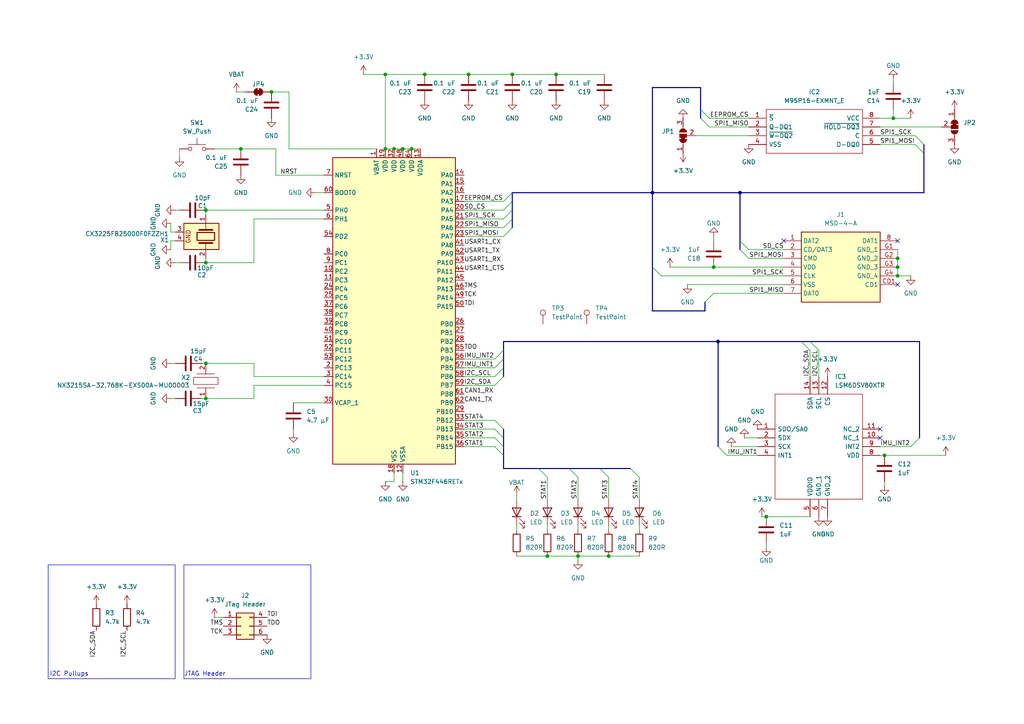
<source format=kicad_sch>
(kicad_sch (version 20250114) (generator "eeschema") (generator_version "9.0")
  (paper "A4")
  (title_block (title "MPU + Onboard Sensors") (rev "1.0"))
  (lib_symbols
    (symbol "Connector:TestPoint" (pin_numbers (hide yes)) (pin_names (offset 0.762) (hide yes))
      (property "Reference" "TP" (at 0 6.858 0))
      (property "Value" "TestPoint" (at 0 5.08 0))
      (symbol "TestPoint_1_1"
        (pin passive line (at 0 0 90) (length 2.54) (name "1") (number "1"))
      )
    )
    (symbol "Connector_Generic:Conn_02x03_Top_Bottom" (pin_names (offset 1.016) (hide yes))
      (property "Reference" "J" (at 1.27 5.08 0))
      (property "Value" "Conn_02x03_Top_Bottom" (at 1.27 -5.08 0))
      (symbol "Conn_02x03_Top_Bottom_1_1"
        (pin passive line (at -5.08 2.54 0) (length 3.81) (name "Pin_1") (number "1"))
        (pin passive line (at -5.08 0 0) (length 3.81) (name "Pin_2") (number "2"))
        (pin passive line (at -5.08 -2.54 0) (length 3.81) (name "Pin_3") (number "3"))
        (pin passive line (at 7.62 2.54 180) (length 3.81) (name "Pin_4") (number "4"))
        (pin passive line (at 7.62 0 180) (length 3.81) (name "Pin_5") (number "5"))
        (pin passive line (at 7.62 -2.54 180) (length 3.81) (name "Pin_6") (number "6"))
      )
    )
    (symbol "Device:LED" (pin_numbers (hide yes)) (pin_names (offset 1.016) (hide yes))
      (property "Reference" "D" (at 0 2.54 0))
      (property "Value" "LED" (at 0 -2.54 0))
      (symbol "LED_1_1"
        (pin passive line (at -3.81 0 0) (length 2.54) (name "K") (number "1"))
        (pin passive line (at 3.81 0 180) (length 2.54) (name "A") (number "2"))
      )
    )
    (symbol "Device:R" (pin_numbers (hide yes)) (pin_names (offset 0))
      (property "Reference" "R" (at 2.032 0 90))
      (property "Value" "R" (at 0 0 90))
      (symbol "R_1_1"
        (pin passive line (at 0 3.81 270) (length 1.27) (name "~") (number "1"))
        (pin passive line (at 0 -3.81 90) (length 1.27) (name "~") (number "2"))
      )
    )
    (symbol "Jumper:SolderJumper_2_Bridged" (pin_numbers (hide yes)) (pin_names (offset 0) (hide yes)) (in_bom no)
      (property "Reference" "JP" (at 0 2.032 0))
      (property "Value" "SolderJumper_2_Bridged" (at 0 -2.54 0))
      (symbol "SolderJumper_2_Bridged_1_1"
        (pin passive line (at -3.81 0 0) (length 2.54) (name "A") (number "1"))
        (pin passive line (at 3.81 0 180) (length 2.54) (name "B") (number "2"))
      )
    )
    (symbol "Jumper:SolderJumper_3_Bridged12" (pin_names (offset 0) (hide yes)) (in_bom no)
      (property "Reference" "JP" (at -2.54 -2.54 0))
      (property "Value" "SolderJumper_3_Bridged12" (at 0 2.794 0))
      (symbol "SolderJumper_3_Bridged12_1_1"
        (pin passive line (at -5.08 0 0) (length 2.54) (name "A") (number "1"))
        (pin passive line (at 0 -3.81 90) (length 2.54) (name "C") (number "2"))
        (pin passive line (at 5.08 0 180) (length 2.54) (name "B") (number "3"))
      )
    )
    (symbol "LSM6DSV80XTR:LSM6DSV80XTR" (pin_names (offset 0.762))
      (property "Reference" "IC" (at 31.75 15.24 0))
      (property "Value" "LSM6DSV80XTR" (at 31.75 12.7 0))
      (symbol "LSM6DSV80XTR_0_0"
        (pin passive line (at 0 0 0) (length 5.08) (name "SDO/SA0") (number "1"))
        (pin passive line (at 0 -2.54 0) (length 5.08) (name "SDX") (number "2"))
        (pin passive line (at 0 -5.08 0) (length 5.08) (name "SCX") (number "3"))
        (pin passive line (at 0 -7.62 0) (length 5.08) (name "INT1") (number "4"))
        (pin passive line (at 15.24 15.24 270) (length 5.08) (name "SDA") (number "14"))
        (pin passive line (at 15.24 -25.4 90) (length 5.08) (name "VDDIO") (number "5"))
        (pin passive line (at 17.78 15.24 270) (length 5.08) (name "SCL") (number "13"))
        (pin passive line (at 17.78 -25.4 90) (length 5.08) (name "GND_1") (number "6"))
        (pin passive line (at 20.32 15.24 270) (length 5.08) (name "CS") (number "12"))
        (pin passive line (at 20.32 -25.4 90) (length 5.08) (name "GND_2") (number "7"))
        (pin passive line (at 35.56 0 180) (length 5.08) (name "NC_2") (number "11"))
        (pin passive line (at 35.56 -2.54 180) (length 5.08) (name "NC_1") (number "10"))
        (pin passive line (at 35.56 -5.08 180) (length 5.08) (name "INT2") (number "9"))
        (pin passive line (at 35.56 -7.62 180) (length 5.08) (name "VDD") (number "8"))
      )
    )
    (symbol "M95P16-EXMNT_E:M95P16-EXMNT_E" (pin_names (offset 0.762))
      (property "Reference" "IC" (at 34.29 7.62 0))
      (property "Value" "M95P16-EXMNT_E" (at 34.29 5.08 0))
      (symbol "M95P16-EXMNT_E_0_0"
        (pin passive line (at 0 0 0) (length 5.08) (name "~{S}") (number "1"))
        (pin passive line (at 0 -2.54 0) (length 5.08) (name "Q-DQ1") (number "2"))
        (pin passive line (at 0 -5.08 0) (length 5.08) (name "~{W-DQ2}") (number "3"))
        (pin passive line (at 0 -7.62 0) (length 5.08) (name "VSS") (number "4"))
        (pin passive line (at 38.1 0 180) (length 5.08) (name "VCC") (number "8"))
        (pin passive line (at 38.1 -2.54 180) (length 5.08) (name "~{HOLD-DQ3}") (number "7"))
        (pin passive line (at 38.1 -5.08 180) (length 5.08) (name "C") (number "6"))
        (pin passive line (at 38.1 -7.62 180) (length 5.08) (name "D-DQ0") (number "5"))
      )
    )
    (symbol "MCU_ST_STM32F4:STM32F446RETx"
      (property "Reference" "U" (at -17.78 46.99 0))
      (property "Value" "STM32F446RETx" (at 10.16 46.99 0))
      (symbol "STM32F446RETx_1_1"
        (pin input line (at -20.32 40.64 0) (length 2.54) (name "NRST") (number "7"))
        (pin input line (at -20.32 35.56 0) (length 2.54) (name "BOOT0") (number "60"))
        (pin bidirectional line (at -20.32 30.48 0) (length 2.54) (name "PH0") (number "5"))
        (pin bidirectional line (at -20.32 27.94 0) (length 2.54) (name "PH1") (number "6"))
        (pin bidirectional line (at -20.32 22.86 0) (length 2.54) (name "PD2") (number "54"))
        (pin bidirectional line (at -20.32 17.78 0) (length 2.54) (name "PC0") (number "8"))
        (pin bidirectional line (at -20.32 15.24 0) (length 2.54) (name "PC1") (number "9"))
        (pin bidirectional line (at -20.32 12.7 0) (length 2.54) (name "PC2") (number "10"))
        (pin bidirectional line (at -20.32 10.16 0) (length 2.54) (name "PC3") (number "11"))
        (pin bidirectional line (at -20.32 7.62 0) (length 2.54) (name "PC4") (number "24"))
        (pin bidirectional line (at -20.32 5.08 0) (length 2.54) (name "PC5") (number "25"))
        (pin bidirectional line (at -20.32 2.54 0) (length 2.54) (name "PC6") (number "37"))
        (pin bidirectional line (at -20.32 0 0) (length 2.54) (name "PC7") (number "38"))
        (pin bidirectional line (at -20.32 -2.54 0) (length 2.54) (name "PC8") (number "39"))
        (pin bidirectional line (at -20.32 -5.08 0) (length 2.54) (name "PC9") (number "40"))
        (pin bidirectional line (at -20.32 -7.62 0) (length 2.54) (name "PC10") (number "51"))
        (pin bidirectional line (at -20.32 -10.16 0) (length 2.54) (name "PC11") (number "52"))
        (pin bidirectional line (at -20.32 -12.7 0) (length 2.54) (name "PC12") (number "53"))
        (pin bidirectional line (at -20.32 -15.24 0) (length 2.54) (name "PC13") (number "2"))
        (pin bidirectional line (at -20.32 -17.78 0) (length 2.54) (name "PC14") (number "3"))
        (pin bidirectional line (at -20.32 -20.32 0) (length 2.54) (name "PC15") (number "4"))
        (pin power_out line (at -20.32 -25.4 0) (length 2.54) (name "VCAP_1") (number "30"))
        (pin power_in line (at -5.08 48.26 270) (length 2.54) (name "VBAT") (number "1"))
        (pin power_in line (at -2.54 48.26 270) (length 2.54) (name "VDD") (number "19"))
        (pin power_in line (at 0 48.26 270) (length 2.54) (name "VDD") (number "32"))
        (pin power_in line (at 0 -45.72 90) (length 2.54) (name "VSS") (number "18"))
        (pin passive line (at 0 -45.72 90) (length 2.54) (hide yes) (name "VSS") (number "31"))
        (pin passive line (at 0 -45.72 90) (length 2.54) (hide yes) (name "VSS") (number "47"))
        (pin passive line (at 0 -45.72 90) (length 2.54) (hide yes) (name "VSS") (number "63"))
        (pin power_in line (at 2.54 48.26 270) (length 2.54) (name "VDD") (number "48"))
        (pin power_in line (at 2.54 -45.72 90) (length 2.54) (name "VSSA") (number "12"))
        (pin power_in line (at 5.08 48.26 270) (length 2.54) (name "VDD") (number "64"))
        (pin power_in line (at 7.62 48.26 270) (length 2.54) (name "VDDA") (number "13"))
        (pin bidirectional line (at 20.32 40.64 180) (length 2.54) (name "PA0") (number "14"))
        (pin bidirectional line (at 20.32 38.1 180) (length 2.54) (name "PA1") (number "15"))
        (pin bidirectional line (at 20.32 35.56 180) (length 2.54) (name "PA2") (number "16"))
        (pin bidirectional line (at 20.32 33.02 180) (length 2.54) (name "PA3") (number "17"))
        (pin bidirectional line (at 20.32 30.48 180) (length 2.54) (name "PA4") (number "20"))
        (pin bidirectional line (at 20.32 27.94 180) (length 2.54) (name "PA5") (number "21"))
        (pin bidirectional line (at 20.32 25.4 180) (length 2.54) (name "PA6") (number "22"))
        (pin bidirectional line (at 20.32 22.86 180) (length 2.54) (name "PA7") (number "23"))
        (pin bidirectional line (at 20.32 20.32 180) (length 2.54) (name "PA8") (number "41"))
        (pin bidirectional line (at 20.32 17.78 180) (length 2.54) (name "PA9") (number "42"))
        (pin bidirectional line (at 20.32 15.24 180) (length 2.54) (name "PA10") (number "43"))
        (pin bidirectional line (at 20.32 12.7 180) (length 2.54) (name "PA11") (number "44"))
        (pin bidirectional line (at 20.32 10.16 180) (length 2.54) (name "PA12") (number "45"))
        (pin bidirectional line (at 20.32 7.62 180) (length 2.54) (name "PA13") (number "46"))
        (pin bidirectional line (at 20.32 5.08 180) (length 2.54) (name "PA14") (number "49"))
        (pin bidirectional line (at 20.32 2.54 180) (length 2.54) (name "PA15") (number "50"))
        (pin bidirectional line (at 20.32 -2.54 180) (length 2.54) (name "PB0") (number "26"))
        (pin bidirectional line (at 20.32 -5.08 180) (length 2.54) (name "PB1") (number "27"))
        (pin bidirectional line (at 20.32 -7.62 180) (length 2.54) (name "PB2") (number "28"))
        (pin bidirectional line (at 20.32 -10.16 180) (length 2.54) (name "PB3") (number "55"))
        (pin bidirectional line (at 20.32 -12.7 180) (length 2.54) (name "PB4") (number "56"))
        (pin bidirectional line (at 20.32 -15.24 180) (length 2.54) (name "PB5") (number "57"))
        (pin bidirectional line (at 20.32 -17.78 180) (length 2.54) (name "PB6") (number "58"))
        (pin bidirectional line (at 20.32 -20.32 180) (length 2.54) (name "PB7") (number "59"))
        (pin bidirectional line (at 20.32 -22.86 180) (length 2.54) (name "PB8") (number "61"))
        (pin bidirectional line (at 20.32 -25.4 180) (length 2.54) (name "PB9") (number "62"))
        (pin bidirectional line (at 20.32 -27.94 180) (length 2.54) (name "PB10") (number "29"))
        (pin bidirectional line (at 20.32 -30.48 180) (length 2.54) (name "PB12") (number "33"))
        (pin bidirectional line (at 20.32 -33.02 180) (length 2.54) (name "PB13") (number "34"))
        (pin bidirectional line (at 20.32 -35.56 180) (length 2.54) (name "PB14") (number "35"))
        (pin bidirectional line (at 20.32 -38.1 180) (length 2.54) (name "PB15") (number "36"))
      )
    )
    (symbol "MSD-4-A:MSD-4-A"
      (property "Reference" "J" (at 29.21 7.62 0))
      (property "Value" "MSD-4-A" (at 29.21 5.08 0))
      (symbol "MSD-4-A_1_1"
        (pin passive line (at 0 0 0) (length 5.08) (name "DAT2") (number "1"))
        (pin passive line (at 0 -2.54 0) (length 5.08) (name "CD/DAT3") (number "2"))
        (pin passive line (at 0 -5.08 0) (length 5.08) (name "CMD") (number "3"))
        (pin passive line (at 0 -7.62 0) (length 5.08) (name "VDD") (number "4"))
        (pin passive line (at 0 -10.16 0) (length 5.08) (name "CLK") (number "5"))
        (pin passive line (at 0 -12.7 0) (length 5.08) (name "VSS") (number "6"))
        (pin passive line (at 0 -15.24 0) (length 5.08) (name "DAT0") (number "7"))
        (pin passive line (at 33.02 0 180) (length 5.08) (name "DAT1") (number "8"))
        (pin passive line (at 33.02 -2.54 180) (length 5.08) (name "GND_1") (number "G1"))
        (pin passive line (at 33.02 -5.08 180) (length 5.08) (name "GND_2") (number "G2"))
        (pin passive line (at 33.02 -7.62 180) (length 5.08) (name "GND_3") (number "G3"))
        (pin passive line (at 33.02 -10.16 180) (length 5.08) (name "GND_4") (number "G4"))
        (pin passive line (at 33.02 -12.7 180) (length 5.08) (name "CD1") (number "CD1"))
      )
    )
    (symbol "NX3215SA-32.768K-EXS00A-MU0000:NX3215SA-32.768K-EXS00A-MU00003" (pin_names (offset 0.762))
      (property "Reference" "Y" (at 8.89 6.35 0))
      (property "Value" "NX3215SA-32.768K-EXS00A-MU00003" (at 8.89 3.81 0))
      (symbol "NX3215SA-32.768K-EXS00A-MU00003_0_0"
        (pin passive line (at 0 0 0) (length 2.54) (name "~") (number "1"))
        (pin passive line (at 10.16 0 180) (length 2.54) (name "~") (number "2"))
      )
    )
    (symbol "PCM_Capacitor_US_AKL:C_Generic" (pin_numbers (hide yes)) (pin_names (offset 0.254))
      (property "Reference" "C" (at 3.175 1.27 0))
      (property "Value" "C_Generic" (at 3.175 -1.27 0))
      (symbol "C_Generic_1_1"
        (pin passive line (at 0 3.81 270) (length 2.794) (name "~") (number "1"))
        (pin passive line (at 0 -3.81 90) (length 2.794) (name "~") (number "2"))
      )
      (symbol "C_Generic_1_2"
        (pin passive line (at -2.54 -2.54 90) (length 0) (name "~") (number "2"))
        (pin passive line (at 2.54 2.54 270) (length 0) (name "~") (number "1"))
      )
    )
    (symbol "PCM_Crystal_AKL:Crystal_Generic_GND23" (pin_names (offset 1.016) (hide yes))
      (property "Reference" "X1" (at 0 8.89 0))
      (property "Value" "CX3225FB25000F0FZZH1" (at 0 6.35 0))
      (symbol "Crystal_Generic_GND23_0_1"
        (text "GND" (at 0 -5.08 0) (effects (font (size 1.27 1.27))))
      )
      (symbol "Crystal_Generic_GND23_1_1"
        (pin passive line (at -6.35 0 0) (length 2.54) (name "1") (number "1"))
        (pin passive line (at -1.27 -8.89 90) (length 2.54) (name "3") (number "3"))
        (pin passive line (at 1.27 -8.89 90) (length 2.54) (name "4") (number "4"))
        (pin passive line (at 6.35 0 180) (length 2.54) (name "2") (number "2"))
      )
    )
    (symbol "Switch:SW_Push" (pin_numbers (hide yes)) (pin_names (offset 1.016) (hide yes))
      (property "Reference" "SW" (at 1.27 2.54 0))
      (property "Value" "SW_Push" (at 0 -1.524 0))
      (symbol "SW_Push_0_1"
        (pin passive line (at -5.08 0 0) (length 2.54) (name "1") (number "1"))
        (pin passive line (at 5.08 0 180) (length 2.54) (name "2") (number "2"))
      )
    )
    (symbol "power:+3.3V" (power) (pin_numbers (hide yes)) (pin_names (offset 0) (hide yes))
      (property "Value" "+3.3V" (at 0 3.556 0))
      (symbol "+3.3V_1_1"
        (pin power_in line (at 0 0 90) (length 0) (name "~") (number "1"))
      )
    )
    (symbol "power:GND" (power) (pin_numbers (hide yes)) (pin_names (offset 0) (hide yes))
      (property "Value" "GND" (at 0 -3.81 0))
      (symbol "GND_1_1"
        (pin power_in line (at 0 0 270) (length 0) (name "~") (number "1"))
      )
    )
    (symbol "power:VAA" (power) (pin_numbers (hide yes)) (pin_names (offset 0) (hide yes))
      (property "Value" "VAA" (at 0 3.556 0))
      (symbol "VAA_1_1"
        (pin power_in line (at 0 0 90) (length 0) (name "~") (number "1"))
      )
    )
  )
  (rectangle (start 53.34 163.83) (end 90.17 196.85))
  (rectangle (start 13.97 163.83) (end 50.8 196.85))
  (text "JTAG Header\n\n\n" (at 59.436 197.612 0) (effects (font (size 1.27 1.27))))
  (text "I2C Pullups\n" (at 20.066 195.58 0) (effects (font (size 1.27 1.27))))
  (junction (at 78.74 26.67))
  (junction (at 208.28 99.06))
  (junction (at 260.35 74.93))
  (junction (at 167.64 161.29))
  (junction (at 59.69 76.2))
  (junction (at 176.53 161.29))
  (junction (at 111.76 21.59))
  (junction (at 158.75 161.29))
  (junction (at 114.3 43.18))
  (junction (at 207.01 77.47))
  (junction (at 260.35 77.47))
  (junction (at 119.38 43.18))
  (junction (at 111.76 43.18))
  (junction (at 59.69 60.96))
  (junction (at 259.08 34.29))
  (junction (at 59.69 115.57))
  (junction (at 148.59 21.59))
  (junction (at 116.84 43.18))
  (junction (at 214.63 55.88))
  (junction (at 260.35 80.01))
  (junction (at 59.69 105.41))
  (junction (at 135.89 21.59))
  (junction (at 123.19 21.59))
  (junction (at 222.25 149.86))
  (junction (at 189.23 55.88))
  (junction (at 256.54 132.08))
  (junction (at 69.85 43.18))
  (junction (at 161.29 21.59))
  (no_connect (at 255.27 124.46))
  (no_connect (at 260.35 82.55))
  (no_connect (at 227.33 69.85))
  (no_connect (at 260.35 69.85))
  (no_connect (at 255.27 127))
  (bus_entry (at 234.95 101.6) (size -2.54 -2.54))
  (bus_entry (at 158.75 138.43) (size -2.54 -2.54))
  (bus_entry (at 143.51 106.68) (size 2.54 -2.54))
  (bus_entry (at 146.05 58.42) (size 2.54 -2.54))
  (bus_entry (at 143.51 109.22) (size 2.54 -2.54))
  (bus_entry (at 176.53 138.43) (size -2.54 -2.54))
  (bus_entry (at 191.77 80.01) (size -2.54 -2.54))
  (bus_entry (at 143.51 124.46) (size 2.54 2.54))
  (bus_entry (at 185.42 138.43) (size -2.54 -2.54))
  (bus_entry (at 143.51 127) (size 2.54 2.54))
  (bus_entry (at 217.17 74.93) (size -2.54 -2.54))
  (bus_entry (at 217.17 72.39) (size -2.54 -2.54))
  (bus_entry (at 146.05 66.04) (size 2.54 -2.54))
  (bus_entry (at 143.51 104.14) (size 2.54 -2.54))
  (bus_entry (at 203.2 31.75) (size 2.54 2.54))
  (bus_entry (at 203.2 34.29) (size 2.54 2.54))
  (bus_entry (at 207.01 85.09) (size -2.54 2.54))
  (bus_entry (at 265.43 41.91) (size 2.54 2.54))
  (bus_entry (at 167.64 138.43) (size -2.54 -2.54))
  (bus_entry (at 146.05 63.5) (size 2.54 -2.54))
  (bus_entry (at 146.05 60.96) (size 2.54 -2.54))
  (bus_entry (at 237.49 101.6) (size -2.54 -2.54))
  (bus_entry (at 143.51 129.54) (size 2.54 2.54))
  (bus_entry (at 264.16 129.54) (size 2.54 -2.54))
  (bus_entry (at 146.05 68.58) (size 2.54 -2.54))
  (bus_entry (at 210.82 132.08) (size -2.54 -2.54))
  (bus_entry (at 143.51 111.76) (size 2.54 -2.54))
  (bus_entry (at 265.43 39.37) (size 2.54 2.54))
  (bus_entry (at 143.51 121.92) (size 2.54 2.54))
  (bus (pts (xy 189.23 25.4) (xy 189.23 55.88)))
  (wire (pts (xy 78.74 26.67) (xy 83.82 26.67)))
  (wire (pts (xy 256.54 140.97) (xy 256.54 139.7)))
  (bus (pts (xy 234.95 99.06) (xy 232.41 99.06)))
  (wire (pts (xy 73.66 111.76) (xy 73.66 115.57)))
  (bus (pts (xy 146.05 124.46) (xy 146.05 127)))
  (wire (pts (xy 134.62 127) (xy 143.51 127)))
  (wire (pts (xy 222.25 158.75) (xy 222.25 157.48)))
  (wire (pts (xy 176.53 153.67) (xy 176.53 152.4)))
  (wire (pts (xy 149.86 161.29) (xy 158.75 161.29)))
  (wire (pts (xy 93.98 109.22) (xy 73.66 109.22)))
  (wire (pts (xy 260.35 72.39) (xy 260.35 74.93)))
  (wire (pts (xy 167.64 162.56) (xy 167.64 161.29)))
  (bus (pts (xy 146.05 132.08) (xy 146.05 135.89)))
  (bus (pts (xy 203.2 34.29) (xy 203.2 31.75)))
  (wire (pts (xy 83.82 26.67) (xy 83.82 43.18)))
  (wire (pts (xy 114.3 43.18) (xy 116.84 43.18)))
  (wire (pts (xy 93.98 63.5) (xy 73.66 63.5)))
  (bus (pts (xy 267.97 41.91) (xy 267.97 44.45)))
  (wire (pts (xy 134.62 109.22) (xy 143.51 109.22)))
  (wire (pts (xy 49.53 67.31) (xy 49.53 64.77)))
  (wire (pts (xy 207.01 68.58) (xy 207.01 69.85)))
  (wire (pts (xy 217.17 72.39) (xy 227.33 72.39)))
  (wire (pts (xy 116.84 139.7) (xy 116.84 137.16)))
  (bus (pts (xy 148.59 55.88) (xy 189.23 55.88)))
  (wire (pts (xy 50.8 60.96) (xy 52.07 60.96)))
  (bus (pts (xy 146.05 129.54) (xy 146.05 132.08)))
  (wire (pts (xy 259.08 31.75) (xy 259.08 34.29)))
  (wire (pts (xy 234.95 101.6) (xy 234.95 109.22)))
  (wire (pts (xy 259.08 34.29) (xy 255.27 34.29)))
  (bus (pts (xy 148.59 66.04) (xy 148.59 63.5)))
  (wire (pts (xy 222.25 149.86) (xy 234.95 149.86)))
  (wire (pts (xy 201.93 39.37) (xy 217.17 39.37)))
  (wire (pts (xy 91.44 55.88) (xy 93.98 55.88)))
  (bus (pts (xy 214.63 69.85) (xy 214.63 72.39)))
  (wire (pts (xy 62.23 179.07) (xy 64.77 179.07)))
  (wire (pts (xy 134.62 66.04) (xy 146.05 66.04)))
  (wire (pts (xy 237.49 101.6) (xy 237.49 109.22)))
  (wire (pts (xy 80.01 43.18) (xy 80.01 50.8)))
  (wire (pts (xy 111.76 21.59) (xy 123.19 21.59)))
  (wire (pts (xy 73.66 115.57) (xy 59.69 115.57)))
  (bus (pts (xy 266.7 99.06) (xy 234.95 99.06)))
  (bus (pts (xy 189.23 55.88) (xy 214.63 55.88)))
  (wire (pts (xy 58.42 115.57) (xy 59.69 115.57)))
  (bus (pts (xy 146.05 99.06) (xy 146.05 101.6)))
  (wire (pts (xy 185.42 153.67) (xy 185.42 152.4)))
  (wire (pts (xy 62.23 43.18) (xy 69.85 43.18)))
  (wire (pts (xy 134.62 68.58) (xy 146.05 68.58)))
  (wire (pts (xy 68.58 26.67) (xy 71.12 26.67)))
  (wire (pts (xy 134.62 111.76) (xy 143.51 111.76)))
  (wire (pts (xy 83.82 43.18) (xy 109.22 43.18)))
  (wire (pts (xy 255.27 36.83) (xy 273.05 36.83)))
  (bus (pts (xy 148.59 60.96) (xy 148.59 58.42)))
  (wire (pts (xy 194.31 77.47) (xy 207.01 77.47)))
  (bus (pts (xy 148.59 63.5) (xy 148.59 60.96)))
  (wire (pts (xy 135.89 21.59) (xy 148.59 21.59)))
  (wire (pts (xy 260.35 80.01) (xy 264.16 80.01)))
  (wire (pts (xy 114.3 139.7) (xy 114.3 137.16)))
  (bus (pts (xy 267.97 44.45) (xy 267.97 55.88)))
  (wire (pts (xy 59.69 74.93) (xy 59.69 76.2)))
  (wire (pts (xy 49.53 67.31) (xy 50.8 67.31)))
  (bus (pts (xy 214.63 55.88) (xy 214.63 69.85)))
  (wire (pts (xy 207.01 85.09) (xy 227.33 85.09)))
  (wire (pts (xy 111.76 139.7) (xy 114.3 139.7)))
  (wire (pts (xy 59.69 60.96) (xy 93.98 60.96)))
  (wire (pts (xy 260.35 77.47) (xy 260.35 80.01)))
  (wire (pts (xy 73.66 105.41) (xy 59.69 105.41)))
  (wire (pts (xy 205.74 36.83) (xy 217.17 36.83)))
  (wire (pts (xy 256.54 132.08) (xy 255.27 132.08)))
  (wire (pts (xy 49.53 105.41) (xy 50.8 105.41)))
  (wire (pts (xy 73.66 76.2) (xy 59.69 76.2)))
  (wire (pts (xy 134.62 124.46) (xy 143.51 124.46)))
  (wire (pts (xy 210.82 132.08) (xy 219.71 132.08)))
  (bus (pts (xy 156.21 135.89) (xy 146.05 135.89)))
  (wire (pts (xy 264.16 34.29) (xy 259.08 34.29)))
  (wire (pts (xy 255.27 39.37) (xy 265.43 39.37)))
  (wire (pts (xy 80.01 50.8) (xy 93.98 50.8)))
  (wire (pts (xy 116.84 43.18) (xy 119.38 43.18)))
  (wire (pts (xy 191.77 80.01) (xy 227.33 80.01)))
  (wire (pts (xy 167.64 138.43) (xy 167.64 144.78)))
  (wire (pts (xy 158.75 138.43) (xy 158.75 144.78)))
  (wire (pts (xy 205.74 34.29) (xy 217.17 34.29)))
  (bus (pts (xy 208.28 99.06) (xy 146.05 99.06)))
  (bus (pts (xy 148.59 58.42) (xy 148.59 55.88)))
  (bus (pts (xy 173.99 135.89) (xy 165.1 135.89)))
  (wire (pts (xy 176.53 161.29) (xy 185.42 161.29)))
  (wire (pts (xy 207.01 77.47) (xy 227.33 77.47)))
  (bus (pts (xy 165.1 135.89) (xy 156.21 135.89)))
  (wire (pts (xy 85.09 124.46) (xy 85.09 125.73)))
  (wire (pts (xy 134.62 58.42) (xy 146.05 58.42)))
  (bus (pts (xy 189.23 77.47) (xy 189.23 90.17)))
  (wire (pts (xy 134.62 60.96) (xy 146.05 60.96)))
  (wire (pts (xy 212.09 129.54) (xy 219.71 129.54)))
  (bus (pts (xy 266.7 99.06) (xy 266.7 127)))
  (wire (pts (xy 85.09 116.84) (xy 93.98 116.84)))
  (bus (pts (xy 189.23 55.88) (xy 189.23 77.47)))
  (bus (pts (xy 232.41 99.06) (xy 208.28 99.06)))
  (bus (pts (xy 182.88 135.89) (xy 173.99 135.89)))
  (wire (pts (xy 158.75 161.29) (xy 167.64 161.29)))
  (wire (pts (xy 134.62 121.92) (xy 143.51 121.92)))
  (wire (pts (xy 50.8 76.2) (xy 52.07 76.2)))
  (wire (pts (xy 149.86 153.67) (xy 149.86 152.4)))
  (wire (pts (xy 73.66 63.5) (xy 73.66 76.2)))
  (wire (pts (xy 158.75 153.67) (xy 158.75 152.4)))
  (wire (pts (xy 215.9 127) (xy 219.71 127)))
  (bus (pts (xy 214.63 55.88) (xy 267.97 55.88)))
  (wire (pts (xy 134.62 104.14) (xy 143.51 104.14)))
  (wire (pts (xy 255.27 129.54) (xy 264.16 129.54)))
  (wire (pts (xy 149.86 143.51) (xy 149.86 144.78)))
  (wire (pts (xy 167.64 161.29) (xy 176.53 161.29)))
  (wire (pts (xy 105.41 21.59) (xy 111.76 21.59)))
  (wire (pts (xy 119.38 43.18) (xy 121.92 43.18)))
  (wire (pts (xy 49.53 72.39) (xy 49.53 69.85)))
  (bus (pts (xy 146.05 106.68) (xy 146.05 109.22)))
  (wire (pts (xy 167.64 153.67) (xy 167.64 152.4)))
  (bus (pts (xy 204.47 87.63) (xy 204.47 90.17)))
  (bus (pts (xy 146.05 104.14) (xy 146.05 106.68)))
  (wire (pts (xy 134.62 129.54) (xy 143.51 129.54)))
  (wire (pts (xy 134.62 63.5) (xy 146.05 63.5)))
  (wire (pts (xy 123.19 21.59) (xy 135.89 21.59)))
  (wire (pts (xy 185.42 138.43) (xy 185.42 144.78)))
  (bus (pts (xy 189.23 90.17) (xy 204.47 90.17)))
  (wire (pts (xy 148.59 21.59) (xy 161.29 21.59)))
  (wire (pts (xy 58.42 105.41) (xy 59.69 105.41)))
  (wire (pts (xy 259.08 22.86) (xy 259.08 24.13)))
  (wire (pts (xy 49.53 115.57) (xy 50.8 115.57)))
  (wire (pts (xy 49.53 69.85) (xy 50.8 69.85)))
  (wire (pts (xy 73.66 109.22) (xy 73.66 105.41)))
  (bus (pts (xy 146.05 127) (xy 146.05 129.54)))
  (wire (pts (xy 93.98 111.76) (xy 73.66 111.76)))
  (wire (pts (xy 111.76 21.59) (xy 111.76 43.18)))
  (bus (pts (xy 146.05 101.6) (xy 146.05 104.14)))
  (wire (pts (xy 161.29 21.59) (xy 175.26 21.59)))
  (wire (pts (xy 176.53 138.43) (xy 176.53 144.78)))
  (wire (pts (xy 274.32 132.08) (xy 256.54 132.08)))
  (bus (pts (xy 203.2 25.4) (xy 189.23 25.4)))
  (wire (pts (xy 199.39 82.55) (xy 227.33 82.55)))
  (wire (pts (xy 255.27 41.91) (xy 265.43 41.91)))
  (wire (pts (xy 260.35 74.93) (xy 260.35 77.47)))
  (wire (pts (xy 52.07 45.72) (xy 52.07 43.18)))
  (bus (pts (xy 203.2 31.75) (xy 203.2 25.4)))
  (wire (pts (xy 134.62 106.68) (xy 143.51 106.68)))
  (wire (pts (xy 217.17 74.93) (xy 227.33 74.93)))
  (wire (pts (xy 220.98 149.86) (xy 222.25 149.86)))
  (wire (pts (xy 69.85 43.18) (xy 80.01 43.18)))
  (bus (pts (xy 208.28 99.06) (xy 208.28 129.54)))
  (wire (pts (xy 59.69 60.96) (xy 59.69 62.23)))
  (wire (pts (xy 111.76 43.18) (xy 114.3 43.18)))
  (label "STAT2" (at 134.62 127 0))
  (label "EEPROM_CS" (at 217.17 34.29 180))
  (label "SPI1_MOSI" (at 134.62 68.58 0))
  (label "USART1_TX" (at 134.62 73.66 0))
  (label "STAT3" (at 134.62 124.46 0))
  (label "SPI1_MISO" (at 134.62 66.04 0))
  (label "I2C_SDA" (at 134.62 111.76 0))
  (label "TCK" (at 64.77 184.15 180))
  (label "USART1_CTS" (at 134.62 78.74 0))
  (label "NRST" (at 81.28 50.8 0))
  (label "TCK" (at 134.62 86.36 0))
  (label "STAT4" (at 134.62 121.92 0))
  (label "SPI1_MISO" (at 217.17 36.83 180))
  (label "IMU_INT1" (at 219.71 132.08 180))
  (label "SPI1_MISO" (at 227.33 85.09 180))
  (label "TMS" (at 64.77 181.61 180))
  (label "I2C_SCL" (at 237.49 109.22 90))
  (label "USART1_CX" (at 134.62 71.12 0))
  (label "USART1_RX" (at 134.62 76.2 0))
  (label "SPI1_MOSI" (at 227.33 74.93 180))
  (label "SPI1_SCK" (at 134.62 63.5 0))
  (label "TDO" (at 77.47 181.61 0))
  (label "EEPROM_CS" (at 134.62 58.42 0))
  (label "IMU_INT2" (at 134.62 104.14 0))
  (label "I2C_SCL" (at 36.83 182.88 270))
  (label "CAN1_TX" (at 134.62 116.84 0))
  (label "STAT1" (at 158.75 144.78 90))
  (label "I2C_SDA" (at 234.95 109.22 90))
  (label "TDO" (at 134.62 101.6 0))
  (label "SPI1_MOSI" (at 255.27 41.91 0))
  (label "TDI" (at 134.62 88.9 0))
  (label "I2C_SDA" (at 27.94 182.88 270))
  (label "STAT1" (at 134.62 129.54 0))
  (label "TMS" (at 134.62 83.82 0))
  (label "STAT2" (at 167.64 144.78 90))
  (label "I2C_SCL" (at 134.62 109.22 0))
  (label "TDI" (at 77.47 179.07 0))
  (label "STAT3" (at 176.53 144.78 90))
  (label "IMU_INT2" (at 255.27 129.54 0))
  (label "STAT4" (at 185.42 144.78 90))
  (label "SD_CS" (at 227.33 72.39 180))
  (label "SPI1_SCK" (at 255.27 39.37 0))
  (label "IMU_INT1" (at 134.62 106.68 0))
  (label "SD_CS" (at 134.62 60.96 0))
  (label "SPI1_SCK" (at 227.33 80.01 180))
  (label "CAN1_RX" (at 134.62 114.3 0))
  (symbol (lib_id "PCM_Capacitor_US_AKL:C_Generic") (at 54.61 115.57 270) (unit 1)
    (property "Reference" "C3" (at 55.88 119.126 90) (effects (justify left)))
    (property "Value" "15pF" (at 55.88 117.094 90) (effects (justify left)))
    (property "Footprint" "Capacitor_SMD:C_0805_2012Metric" (effects (hide yes)))
    (property "Description" "Unpolarized capacitor, Generic Symbol, Alternate KiCad Library" (effects (hide yes)))
  )
  (symbol (lib_id "power:+3.3V") (at 194.31 77.47 0) (unit 1)
    (property "Reference" "#PWR053" (effects (hide yes)))
    (property "Value" "+3.3V" (at 194.31 72.39 0))
    (property "Description" "Power symbol creates a global label with name \"+3.3V\"" (effects (hide yes)))
  )
  (symbol (lib_id "power:GND") (at 264.16 80.01 0) (unit 1)
    (property "Reference" "#PWR051" (effects (hide yes)))
    (property "Value" "GND" (at 264.16 85.09 0))
    (property "Description" "Power symbol creates a global label with name \"GND\" , ground" (effects (hide yes)))
  )
  (symbol (lib_id "Device:R") (at 27.94 179.07 180) (unit 1)
    (property "Reference" "R3" (at 30.48 177.7999 0) (effects (justify right)))
    (property "Value" "4.7k" (at 30.48 180.3399 0) (effects (justify right)))
    (property "Footprint" "PCM_Resistor_SMD_AKL:R_0805_2012Metric" (effects (hide yes)))
    (property "Description" "Resistor" (effects (hide yes)))
  )
  (symbol (lib_id "Device:LED") (at 158.75 148.59 90) (unit 1)
    (property "Reference" "D3" (at 162.56 148.9074 90) (effects (justify right)))
    (property "Value" "LED" (at 162.56 151.4474 90) (effects (justify right)))
    (property "Footprint" "LED_SMD:LED_0201_0603Metric" (effects (hide yes)))
    (property "Description" "Light emitting diode" (effects (hide yes)))
    (property "Sim.Pins" "1=K 2=A" (effects (hide yes)))
  )
  (symbol (lib_id "power:GND") (at 161.29 29.21 0) (unit 1)
    (property "Reference" "#PWR058" (effects (hide yes)))
    (property "Value" "GND" (at 161.29 34.29 0))
    (property "Description" "Power symbol creates a global label with name \"GND\" , ground" (effects (hide yes)))
  )
  (symbol (lib_id "power:GND") (at 91.44 55.88 270) (unit 1)
    (property "Reference" "#PWR066" (effects (hide yes)))
    (property "Value" "GND" (at 87.63 55.8799 90) (effects (justify right)))
    (property "Description" "Power symbol creates a global label with name \"GND\" , ground" (effects (hide yes)))
  )
  (symbol (lib_id "power:+3.3V") (at 276.86 31.75 0) (unit 1)
    (property "Reference" "#PWR024" (effects (hide yes)))
    (property "Value" "+3.3V" (at 276.86 26.67 0))
    (property "Description" "Power symbol creates a global label with name \"+3.3V\"" (effects (hide yes)))
  )
  (symbol (lib_id "PCM_Capacitor_US_AKL:C_Generic") (at 148.59 25.4 180) (unit 1)
    (property "Reference" "C21" (at 144.78 26.6701 0) (effects (justify left)))
    (property "Value" "0.1 uF" (at 144.78 24.1301 0) (effects (justify left)))
    (property "Footprint" "Capacitor_SMD:C_0805_2012Metric" (effects (hide yes)))
    (property "Description" "Unpolarized capacitor, Generic Symbol, Alternate KiCad Library" (effects (hide yes)))
  )
  (symbol (lib_id "Connector:TestPoint") (at 170.18 93.98 0) (unit 1)
    (property "Reference" "TP4" (at 172.72 89.4079 0) (effects (justify left)))
    (property "Value" "TestPoint" (at 172.72 91.9479 0) (effects (justify left)))
    (property "Description" "test point" (effects (hide yes)))
  )
  (symbol (lib_id "power:GND") (at 69.85 50.8 0) (unit 1)
    (property "Reference" "#PWR072" (effects (hide yes)))
    (property "Value" "GND" (at 69.85 55.88 0))
    (property "Description" "Power symbol creates a global label with name \"GND\" , ground" (effects (hide yes)))
  )
  (symbol (lib_id "PCM_Capacitor_US_AKL:C_Generic") (at 78.74 30.48 180) (unit 1)
    (property "Reference" "C24" (at 74.93 31.7501 0) (effects (justify left)))
    (property "Value" "0.1 uF" (at 74.93 29.2101 0) (effects (justify left)))
    (property "Footprint" "Capacitor_SMD:C_0805_2012Metric" (effects (hide yes)))
    (property "Description" "Unpolarized capacitor, Generic Symbol, Alternate KiCad Library" (effects (hide yes)))
  )
  (symbol (lib_id "power:GND") (at 259.08 22.86 180) (unit 1)
    (property "Reference" "#PWR044" (effects (hide yes)))
    (property "Value" "GND" (at 259.08 19.05 0))
    (property "Description" "Power symbol creates a global label with name \"GND\" , ground" (effects (hide yes)))
  )
  (symbol (lib_id "M95P16-EXMNT_E:M95P16-EXMNT_E") (at 217.17 34.29 0) (unit 1)
    (property "Reference" "IC2" (at 236.22 26.67 0))
    (property "Value" "M95P16-EXMNT_E" (at 236.22 29.21 0))
    (property "Footprint" "Sufst_GPS:SOIC127P600X175-8N" (effects (hide yes)))
    (property "Datasheet" "https://www.st.com/resource/en/datasheet/m95p16-e.pdf" (effects (hide yes)))
    (property "Description" "Ultra low-power 16 Mbit Serial SPI Page EEPROM" (effects (hide yes)))
    (property "Description_1" "Ultra low-power 16 Mbit Serial SPI Page EEPROM" (effects (hide yes)))
    (property "Height" "1.75" (effects (hide yes)))
    (property "Mouser Part Number" "511-M95P16-EXMNT/E" (effects (hide yes)))
    (property "Mouser Price/Stock" "https://www.mouser.co.uk/ProductDetail/STMicroelectronics/M95P16-EXMNT-E?qs=olJun0bQHM8xM0FLMnUgSg%3D%3D" (effects (hide yes)))
    (property "Manufacturer_Name" "STMicroelectronics" (effects (hide yes)))
    (property "Manufacturer_Part_Number" "M95P16-EXMNT/E" (effects (hide yes)))
  )
  (symbol (lib_id "power:GND") (at 167.64 162.56 0) (unit 1)
    (property "Reference" "#PWR073" (effects (hide yes)))
    (property "Value" "GND" (at 167.64 167.64 0))
    (property "Description" "Power symbol creates a global label with name \"GND\" , ground" (effects (hide yes)))
  )
  (symbol (lib_id "power:GND") (at 135.89 29.21 0) (unit 1)
    (property "Reference" "#PWR060" (effects (hide yes)))
    (property "Value" "GND" (at 135.89 34.29 0))
    (property "Description" "Power symbol creates a global label with name \"GND\" , ground" (effects (hide yes)))
  )
  (symbol (lib_id "power:GND") (at 77.47 184.15 0) (unit 1)
    (property "Reference" "#PWR076" (effects (hide yes)))
    (property "Value" "GND" (at 77.47 189.23 0))
    (property "Description" "Power symbol creates a global label with name \"GND\" , ground" (effects (hide yes)))
  )
  (symbol (lib_id "Device:R") (at 36.83 179.07 180) (unit 1)
    (property "Reference" "R4" (at 39.37 177.7999 0) (effects (justify right)))
    (property "Value" "4.7k" (at 39.37 180.3399 0) (effects (justify right)))
    (property "Footprint" "PCM_Resistor_SMD_AKL:R_0805_2012Metric" (effects (hide yes)))
    (property "Description" "Resistor" (effects (hide yes)))
  )
  (symbol (lib_id "power:GND") (at 217.17 41.91 0) (unit 1)
    (property "Reference" "#PWR028" (effects (hide yes)))
    (property "Value" "GND" (at 217.17 46.99 0))
    (property "Description" "Power symbol creates a global label with name \"GND\" , ground" (effects (hide yes)))
  )
  (symbol (lib_id "PCM_Capacitor_US_AKL:C_Generic") (at 69.85 46.99 180) (unit 1)
    (property "Reference" "C25" (at 66.04 48.2601 0) (effects (justify left)))
    (property "Value" "0.1 uF" (at 66.04 45.7201 0) (effects (justify left)))
    (property "Footprint" "Capacitor_SMD:C_0805_2012Metric" (effects (hide yes)))
    (property "Description" "Unpolarized capacitor, Generic Symbol, Alternate KiCad Library" (effects (hide yes)))
  )
  (symbol (lib_id "power:GND") (at 237.49 149.86 0) (unit 1)
    (property "Reference" "#PWR033" (effects (hide yes)))
    (property "Value" "GND" (at 237.49 154.94 0))
    (property "Description" "Power symbol creates a global label with name \"GND\" , ground" (effects (hide yes)))
  )
  (symbol (lib_id "power:+3.3V") (at 264.16 34.29 0) (unit 1)
    (property "Reference" "#PWR023" (effects (hide yes)))
    (property "Value" "+3.3V" (at 264.16 29.21 0))
    (property "Description" "Power symbol creates a global label with name \"+3.3V\"" (effects (hide yes)))
  )
  (symbol (lib_id "power:GND") (at 50.8 76.2 270) (unit 1)
    (property "Reference" "#PWR05" (effects (hide yes)))
    (property "Value" "GND" (at 45.72 76.2 0))
    (property "Description" "Power symbol creates a global label with name \"GND\" , ground" (effects (hide yes)))
  )
  (symbol (lib_id "NX3215SA-32.768K-EXS00A-MU0000:NX3215SA-32.768K-EXS00A-MU00003") (at 59.69 115.57 90) (unit 1)
    (property "Reference" "X2" (at 52.578 109.474 90) (effects (justify right)))
    (property "Value" "NX3215SA-32.768K-EXS00A-MU00003" (at 16.51 111.76 90) (effects (justify right)))
    (property "Footprint" "Sufst_GPS:NX3215SA32768KEXS00AMU00003" (effects (hide yes)))
    (property "Datasheet" "https://media.digikey.com/pdf/Data%20Sheets/NDK%20PDFs/NX3215SA-32.768kHz-EXS00A-MU00003.pdf" (effects (hide yes)))
    (property "Description" "Crystals CRYSTAL 32.768KHZ 12.5PF SMD" (effects (hide yes)))
    (property "Description_1" "Crystals CRYSTAL 32.768KHZ 12.5PF SMD" (effects (hide yes)))
    (property "Height" "0.9" (effects (hide yes)))
    (property "Mouser Part Number" "344-NX3215SA32.768K3" (effects (hide yes)))
    (property "Mouser Price/Stock" "https://www.mouser.co.uk/ProductDetail/NDK/NX3215SA-32.768K-EXS00A-MU00003?qs=w%2Fv1CP2dgqrE9YNksyAN9A%3D%3D" (effects (hide yes)))
    (property "Manufacturer_Name" "NDK" (effects (hide yes)))
    (property "Manufacturer_Part_Number" "NX3215SA-32.768K-EXS00A-MU00003" (effects (hide yes)))
  )
  (symbol (lib_id "power:VAA") (at 68.58 26.67 0) (unit 1)
    (property "Reference" "#PWR069" (effects (hide yes)))
    (property "Value" "VBAT" (at 68.58 21.59 0))
    (property "Description" "Power symbol creates a global label with name \"VAA\"" (effects (hide yes)))
  )
  (symbol (lib_id "Jumper:SolderJumper_3_Bridged12") (at 198.12 39.37 90) (unit 1) (in_bom no)
    (property "Reference" "JP1" (at 195.58 38.0999 90) (effects (justify left)))
    (property "Value" "SolderJumper_3_Bridged12" (effects (hide yes)))
    (property "Footprint" "Jumper:SolderJumper-3_P1.3mm_Bridged12_RoundedPad1.0x1.5mm" (effects (hide yes)))
    (property "Description" "3-pole Solder Jumper, pins 1+2 closed/bridged" (effects (hide yes)))
  )
  (symbol (lib_id "power:GND") (at 175.26 29.21 0) (unit 1)
    (property "Reference" "#PWR057" (effects (hide yes)))
    (property "Value" "GND" (at 175.26 34.29 0))
    (property "Description" "Power symbol creates a global label with name \"GND\" , ground" (effects (hide yes)))
  )
  (symbol (lib_id "Jumper:SolderJumper_3_Bridged12") (at 276.86 36.83 270) (unit 1) (in_bom no)
    (property "Reference" "JP2" (at 279.4 35.5599 90) (effects (justify left)))
    (property "Value" "SolderJumper_3_Bridged12" (effects (hide yes)))
    (property "Footprint" "Jumper:SolderJumper-3_P1.3mm_Bridged12_RoundedPad1.0x1.5mm" (effects (hide yes)))
    (property "Description" "3-pole Solder Jumper, pins 1+2 closed/bridged" (effects (hide yes)))
  )
  (symbol (lib_id "power:+3.3V") (at 27.94 175.26 0) (unit 1)
    (property "Reference" "#PWR055" (effects (hide yes)))
    (property "Value" "+3.3V" (at 27.94 170.18 0))
    (property "Description" "Power symbol creates a global label with name \"+3.3V\"" (effects (hide yes)))
  )
  (symbol (lib_id "power:GND") (at 207.01 68.58 180) (unit 1)
    (property "Reference" "#PWR054" (effects (hide yes)))
    (property "Value" "GND" (at 207.01 64.77 0))
    (property "Description" "Power symbol creates a global label with name \"GND\" , ground" (effects (hide yes)))
  )
  (symbol (lib_id "power:+3.3V") (at 105.41 21.59 0) (unit 1)
    (property "Reference" "#PWR065" (effects (hide yes)))
    (property "Value" "+3.3V" (at 105.41 16.51 0))
    (property "Description" "Power symbol creates a global label with name \"+3.3V\"" (effects (hide yes)))
  )
  (symbol (lib_id "PCM_Capacitor_US_AKL:C_Generic") (at 222.25 153.67 0) (unit 1)
    (property "Reference" "C11" (at 226.06 152.3999 0) (effects (justify left)))
    (property "Value" "1uF" (at 226.06 154.9399 0) (effects (justify left)))
    (property "Footprint" "Capacitor_SMD:C_0805_2012Metric" (effects (hide yes)))
    (property "Description" "Unpolarized capacitor, Generic Symbol, Alternate KiCad Library" (effects (hide yes)))
  )
  (symbol (lib_id "Device:LED") (at 167.64 148.59 90) (unit 1)
    (property "Reference" "D4" (at 171.45 148.9074 90) (effects (justify right)))
    (property "Value" "LED" (at 171.45 151.4474 90) (effects (justify right)))
    (property "Footprint" "LED_SMD:LED_0201_0603Metric" (effects (hide yes)))
    (property "Description" "Light emitting diode" (effects (hide yes)))
    (property "Sim.Pins" "1=K 2=A" (effects (hide yes)))
  )
  (symbol (lib_id "MCU_ST_STM32F4:STM32F446RETx") (at 114.3 91.44 0) (unit 1)
    (property "Reference" "U1" (at 118.9833 137.16 0) (effects (justify left)))
    (property "Value" "STM32F446RETx" (at 118.9833 139.7 0) (effects (justify left)))
    (property "Footprint" "Package_QFP:LQFP-64_10x10mm_P0.5mm" (effects (hide yes)))
    (property "Datasheet" "https://www.st.com/resource/en/datasheet/stm32f446re.pdf" (effects (hide yes)))
    (property "Description" "STMicroelectronics Arm Cortex-M4 MCU, 512KB flash, 128KB RAM, 180 MHz, 1.8-3.6V, 50 GPIO, LQFP64" (effects (hide yes)))
  )
  (symbol (lib_id "Device:LED") (at 185.42 148.59 90) (unit 1)
    (property "Reference" "D6" (at 189.23 148.9074 90) (effects (justify right)))
    (property "Value" "LED" (at 189.23 151.4474 90) (effects (justify right)))
    (property "Footprint" "LED_SMD:LED_0201_0603Metric" (effects (hide yes)))
    (property "Description" "Light emitting diode" (effects (hide yes)))
    (property "Sim.Pins" "1=K 2=A" (effects (hide yes)))
  )
  (symbol (lib_id "Connector:TestPoint") (at 157.48 93.98 0) (unit 1)
    (property "Reference" "TP3" (at 160.02 89.4079 0) (effects (justify left)))
    (property "Value" "TestPoint" (at 160.02 91.9479 0) (effects (justify left)))
    (property "Description" "test point" (effects (hide yes)))
  )
  (symbol (lib_id "power:GND") (at 212.09 129.54 180) (unit 1)
    (property "Reference" "#PWR038" (effects (hide yes)))
    (property "Value" "GND" (at 212.09 124.46 0))
    (property "Description" "Power symbol creates a global label with name \"GND\" , ground" (effects (hide yes)))
  )
  (symbol (lib_id "power:+3.3V") (at 36.83 175.26 0) (unit 1)
    (property "Reference" "#PWR056" (effects (hide yes)))
    (property "Value" "+3.3V" (at 36.83 170.18 0))
    (property "Description" "Power symbol creates a global label with name \"+3.3V\"" (effects (hide yes)))
  )
  (symbol (lib_id "power:GND") (at 240.03 149.86 0) (unit 1)
    (property "Reference" "#PWR034" (effects (hide yes)))
    (property "Value" "GND" (at 240.03 154.94 0))
    (property "Description" "Power symbol creates a global label with name \"GND\" , ground" (effects (hide yes)))
  )
  (symbol (lib_id "PCM_Capacitor_US_AKL:C_Generic") (at 161.29 25.4 180) (unit 1)
    (property "Reference" "C20" (at 157.48 26.6701 0) (effects (justify left)))
    (property "Value" "0.1 uF" (at 157.48 24.1301 0) (effects (justify left)))
    (property "Footprint" "Capacitor_SMD:C_0805_2012Metric" (effects (hide yes)))
    (property "Description" "Unpolarized capacitor, Generic Symbol, Alternate KiCad Library" (effects (hide yes)))
  )
  (symbol (lib_id "power:GND") (at 123.19 29.21 0) (unit 1)
    (property "Reference" "#PWR061" (effects (hide yes)))
    (property "Value" "GND" (at 123.19 34.29 0))
    (property "Description" "Power symbol creates a global label with name \"GND\" , ground" (effects (hide yes)))
  )
  (symbol (lib_id "power:+3.3V") (at 62.23 179.07 0) (unit 1)
    (property "Reference" "#PWR075" (effects (hide yes)))
    (property "Value" "+3.3V" (at 62.23 173.99 0))
    (property "Description" "Power symbol creates a global label with name \"+3.3V\"" (effects (hide yes)))
  )
  (symbol (lib_id "power:GND") (at 50.8 60.96 270) (unit 1)
    (property "Reference" "#PWR06" (effects (hide yes)))
    (property "Value" "GND" (at 45.72 60.96 0))
    (property "Description" "Power symbol creates a global label with name \"GND\" , ground" (effects (hide yes)))
  )
  (symbol (lib_id "PCM_Capacitor_US_AKL:C_Generic") (at 55.88 76.2 270) (unit 1)
    (property "Reference" "C2" (at 57.15 79.756 90) (effects (justify left)))
    (property "Value" "10pF" (at 57.15 77.724 90) (effects (justify left)))
    (property "Footprint" "Capacitor_SMD:C_0805_2012Metric" (effects (hide yes)))
    (property "Description" "Unpolarized capacitor, Generic Symbol, Alternate KiCad Library" (effects (hide yes)))
  )
  (symbol (lib_id "power:GND") (at 222.25 158.75 0) (unit 1)
    (property "Reference" "#PWR041" (effects (hide yes)))
    (property "Value" "GND" (at 222.25 162.56 0))
    (property "Description" "Power symbol creates a global label with name \"GND\" , ground" (effects (hide yes)))
  )
  (symbol (lib_id "Device:R") (at 185.42 157.48 180) (unit 1)
    (property "Reference" "R9" (at 187.96 156.2099 0) (effects (justify right)))
    (property "Value" "820R" (at 187.96 158.7499 0) (effects (justify right)))
    (property "Footprint" "PCM_Resistor_SMD_AKL:R_0805_2012Metric" (effects (hide yes)))
    (property "Description" "Resistor" (effects (hide yes)))
  )
  (symbol (lib_id "PCM_Capacitor_US_AKL:C_Generic") (at 123.19 25.4 180) (unit 1)
    (property "Reference" "C23" (at 119.38 26.6701 0) (effects (justify left)))
    (property "Value" "0.1 uF" (at 119.38 24.1301 0) (effects (justify left)))
    (property "Footprint" "Capacitor_SMD:C_0805_2012Metric" (effects (hide yes)))
    (property "Description" "Unpolarized capacitor, Generic Symbol, Alternate KiCad Library" (effects (hide yes)))
  )
  (symbol (lib_id "PCM_Capacitor_US_AKL:C_Generic") (at 135.89 25.4 180) (unit 1)
    (property "Reference" "C22" (at 132.08 26.6701 0) (effects (justify left)))
    (property "Value" "0.1 uF" (at 132.08 24.1301 0) (effects (justify left)))
    (property "Footprint" "Capacitor_SMD:C_0805_2012Metric" (effects (hide yes)))
    (property "Description" "Unpolarized capacitor, Generic Symbol, Alternate KiCad Library" (effects (hide yes)))
  )
  (symbol (lib_id "power:GND") (at 85.09 125.73 0) (unit 1)
    (property "Reference" "#PWR09" (effects (hide yes)))
    (property "Value" "GND" (at 85.09 130.81 0))
    (property "Description" "Power symbol creates a global label with name \"GND\" , ground" (effects (hide yes)))
  )
  (symbol (lib_id "power:GND") (at 215.9 127 180) (unit 1)
    (property "Reference" "#PWR037" (effects (hide yes)))
    (property "Value" "GND" (at 215.9 121.92 0))
    (property "Description" "Power symbol creates a global label with name \"GND\" , ground" (effects (hide yes)))
  )
  (symbol (lib_id "power:GND") (at 256.54 140.97 0) (unit 1)
    (property "Reference" "#PWR042" (effects (hide yes)))
    (property "Value" "GND" (at 256.54 144.78 0))
    (property "Description" "Power symbol creates a global label with name \"GND\" , ground" (effects (hide yes)))
  )
  (symbol (lib_id "MSD-4-A:MSD-4-A") (at 227.33 69.85 0) (unit 1)
    (property "Reference" "J1" (at 243.84 62.23 0))
    (property "Value" "MSD-4-A" (at 243.84 64.77 0))
    (property "Footprint" "Sufst_GPS:MSD4A" (effects (hide yes)))
    (property "Datasheet" "https://www.sameskydevices.com/product/resource/msd-4-a.pdf" (effects (hide yes)))
    (property "Description" "Micro SD Card Connector, 9 Positions, Connector and Ejector, Push In, Auto Eject Out, Surface Mount, 1.8 mm Height Above Board, Gold Flash" (effects (hide yes)))
    (property "Height" "2" (effects (hide yes)))
    (property "Mouser Part Number" "179-MSD-4-A" (effects (hide yes)))
    (property "Mouser Price/Stock" "https://www.mouser.co.uk/ProductDetail/Same-Sky/MSD-4-A?qs=Z%252BL2brAPG1Jll%252BQTi%252Btupg%3D%3D" (effects (hide yes)))
    (property "Manufacturer_Name" "Same Sky" (effects (hide yes)))
    (property "Manufacturer_Part_Number" "MSD-4-A" (effects (hide yes)))
  )
  (symbol (lib_id "power:GND") (at 148.59 29.21 0) (unit 1)
    (property "Reference" "#PWR059" (effects (hide yes)))
    (property "Value" "GND" (at 148.59 34.29 0))
    (property "Description" "Power symbol creates a global label with name \"GND\" , ground" (effects (hide yes)))
  )
  (symbol (lib_id "Device:LED") (at 149.86 148.59 90) (unit 1)
    (property "Reference" "D2" (at 153.67 148.9074 90) (effects (justify right)))
    (property "Value" "LED" (at 153.67 151.4474 90) (effects (justify right)))
    (property "Footprint" "LED_SMD:LED_0201_0603Metric" (effects (hide yes)))
    (property "Description" "Light emitting diode" (effects (hide yes)))
    (property "Sim.Pins" "1=K 2=A" (effects (hide yes)))
  )
  (symbol (lib_id "PCM_Capacitor_US_AKL:C_Generic") (at 256.54 135.89 0) (unit 1)
    (property "Reference" "C12" (at 260.35 134.6199 0) (effects (justify left)))
    (property "Value" "1uF" (at 260.35 137.1599 0) (effects (justify left)))
    (property "Footprint" "Capacitor_SMD:C_0805_2012Metric" (effects (hide yes)))
    (property "Description" "Unpolarized capacitor, Generic Symbol, Alternate KiCad Library" (effects (hide yes)))
  )
  (symbol (lib_id "power:+3.3V") (at 240.03 109.22 0) (unit 1)
    (property "Reference" "#PWR039" (effects (hide yes)))
    (property "Value" "+3.3V" (at 240.03 104.14 0))
    (property "Description" "Power symbol creates a global label with name \"+3.3V\"" (effects (hide yes)))
  )
  (symbol (lib_id "power:GND") (at 52.07 45.72 0) (unit 1)
    (property "Reference" "#PWR071" (effects (hide yes)))
    (property "Value" "GND" (at 52.07 50.8 0))
    (property "Description" "Power symbol creates a global label with name \"GND\" , ground" (effects (hide yes)))
  )
  (symbol (lib_id "Device:R") (at 149.86 157.48 180) (unit 1)
    (property "Reference" "R5" (at 152.4 156.2099 0) (effects (justify right)))
    (property "Value" "820R" (at 152.4 158.7499 0) (effects (justify right)))
    (property "Footprint" "PCM_Resistor_SMD_AKL:R_0805_2012Metric" (effects (hide yes)))
    (property "Description" "Resistor" (effects (hide yes)))
  )
  (symbol (lib_id "Device:R") (at 167.64 157.48 180) (unit 1)
    (property "Reference" "R7" (at 170.18 156.2099 0) (effects (justify right)))
    (property "Value" "820R" (at 170.18 158.7499 0) (effects (justify right)))
    (property "Footprint" "PCM_Resistor_SMD_AKL:R_0805_2012Metric" (effects (hide yes)))
    (property "Description" "Resistor" (effects (hide yes)))
  )
  (symbol (lib_id "PCM_Capacitor_US_AKL:C_Generic") (at 55.88 60.96 270) (unit 1)
    (property "Reference" "C1" (at 57.404 59.69 90) (effects (justify left)))
    (property "Value" "10pF" (at 56.388 57.404 90) (effects (justify left)))
    (property "Footprint" "Capacitor_SMD:C_0805_2012Metric" (effects (hide yes)))
    (property "Description" "Unpolarized capacitor, Generic Symbol, Alternate KiCad Library" (effects (hide yes)))
  )
  (symbol (lib_id "PCM_Capacitor_US_AKL:C_Generic") (at 207.01 73.66 180) (unit 1)
    (property "Reference" "C18" (at 203.2 74.9301 0) (effects (justify left)))
    (property "Value" "1uF" (at 203.2 72.3901 0) (effects (justify left)))
    (property "Footprint" "Capacitor_SMD:C_0805_2012Metric" (effects (hide yes)))
    (property "Description" "Unpolarized capacitor, Generic Symbol, Alternate KiCad Library" (effects (hide yes)))
  )
  (symbol (lib_id "power:GND") (at 49.53 72.39 270) (unit 1)
    (property "Reference" "#PWR02" (effects (hide yes)))
    (property "Value" "GND" (at 44.45 72.39 0))
    (property "Description" "Power symbol creates a global label with name \"GND\" , ground" (effects (hide yes)))
  )
  (symbol (lib_id "power:+3.3V") (at 198.12 44.45 180) (unit 1)
    (property "Reference" "#PWR025" (effects (hide yes)))
    (property "Value" "+3.3V" (at 198.12 49.53 0))
    (property "Description" "Power symbol creates a global label with name \"+3.3V\"" (effects (hide yes)))
  )
  (symbol (lib_id "power:VAA") (at 149.86 143.51 0) (unit 1)
    (property "Reference" "#PWR074" (effects (hide yes)))
    (property "Value" "VBAT" (at 149.86 139.954 0))
    (property "Description" "Power symbol creates a global label with name \"VAA\"" (effects (hide yes)))
  )
  (symbol (lib_id "power:GND") (at 219.71 124.46 180) (unit 1)
    (property "Reference" "#PWR040" (effects (hide yes)))
    (property "Value" "GND" (at 219.71 119.38 0))
    (property "Description" "Power symbol creates a global label with name \"GND\" , ground" (effects (hide yes)))
  )
  (symbol (lib_id "Switch:SW_Push") (at 57.15 43.18 0) (unit 1)
    (property "Reference" "SW1" (at 57.15 35.56 0))
    (property "Value" "SW_Push" (at 57.15 38.1 0))
    (property "Footprint" "Button_Switch_SMD:SW_MEC_5GSH9" (effects (hide yes)))
    (property "Description" "Push button switch, generic, two pins" (effects (hide yes)))
  )
  (symbol (lib_id "Device:LED") (at 176.53 148.59 90) (unit 1)
    (property "Reference" "D5" (at 180.34 148.9074 90) (effects (justify right)))
    (property "Value" "LED" (at 180.34 151.4474 90) (effects (justify right)))
    (property "Footprint" "LED_SMD:LED_0201_0603Metric" (effects (hide yes)))
    (property "Description" "Light emitting diode" (effects (hide yes)))
    (property "Sim.Pins" "1=K 2=A" (effects (hide yes)))
  )
  (symbol (lib_id "Jumper:SolderJumper_2_Bridged") (at 74.93 26.67 0) (unit 1) (in_bom no)
    (property "Reference" "JP4" (at 74.93 24.384 0))
    (property "Value" "SolderJumper_2_Bridged" (effects (hide yes)))
    (property "Footprint" "Jumper:SolderJumper-2_P1.3mm_Bridged_RoundedPad1.0x1.5mm" (effects (hide yes)))
    (property "Description" "Solder Jumper, 2-pole, closed/bridged" (effects (hide yes)))
  )
  (symbol (lib_id "Connector_Generic:Conn_02x03_Top_Bottom") (at 69.85 181.61 0) (unit 1)
    (property "Reference" "J2" (at 71.12 172.72 0))
    (property "Value" "JTag Header" (at 71.12 175.26 0))
    (property "Footprint" "Connector_PinHeader_2.54mm:PinHeader_2x03_P2.54mm_Vertical" (effects (hide yes)))
    (property "Description" "Generic connector, double row, 02x03, top/bottom pin numbering scheme (row 1: 1...pins_per_row, row2: pins_per_row+1 ... num_pins), script generated (kicad-library-utils/schlib/autogen/connector/)" (effects (hide yes)))
  )
  (symbol (lib_id "power:GND") (at 199.39 82.55 0) (unit 1)
    (property "Reference" "#PWR052" (effects (hide yes)))
    (property "Value" "GND" (at 199.39 87.63 0))
    (property "Description" "Power symbol creates a global label with name \"GND\" , ground" (effects (hide yes)))
  )
  (symbol (lib_id "power:GND") (at 111.76 139.7 0) (unit 1)
    (property "Reference" "#PWR03" (effects (hide yes)))
    (property "Value" "GND" (at 111.76 144.78 0))
    (property "Description" "Power symbol creates a global label with name \"GND\" , ground" (effects (hide yes)))
  )
  (symbol (lib_id "power:GND") (at 116.84 139.7 0) (unit 1)
    (property "Reference" "#PWR04" (effects (hide yes)))
    (property "Value" "GND" (at 116.84 144.78 0))
    (property "Description" "Power symbol creates a global label with name \"GND\" , ground" (effects (hide yes)))
  )
  (symbol (lib_id "power:GND") (at 49.53 115.57 270) (unit 1)
    (property "Reference" "#PWR08" (effects (hide yes)))
    (property "Value" "GND" (at 44.45 115.57 0))
    (property "Description" "Power symbol creates a global label with name \"GND\" , ground" (effects (hide yes)))
  )
  (symbol (lib_id "Device:R") (at 158.75 157.48 180) (unit 1)
    (property "Reference" "R6" (at 161.29 156.2099 0) (effects (justify right)))
    (property "Value" "820R" (at 161.29 158.7499 0) (effects (justify right)))
    (property "Footprint" "PCM_Resistor_SMD_AKL:R_0805_2012Metric" (effects (hide yes)))
    (property "Description" "Resistor" (effects (hide yes)))
  )
  (symbol (lib_id "PCM_Capacitor_US_AKL:C_Generic") (at 175.26 25.4 180) (unit 1)
    (property "Reference" "C19" (at 171.45 26.6701 0) (effects (justify left)))
    (property "Value" "0.1 uF" (at 171.45 24.1301 0) (effects (justify left)))
    (property "Footprint" "Capacitor_SMD:C_0805_2012Metric" (effects (hide yes)))
    (property "Description" "Unpolarized capacitor, Generic Symbol, Alternate KiCad Library" (effects (hide yes)))
  )
  (symbol (lib_id "PCM_Crystal_AKL:Crystal_Generic_GND23") (at 59.69 68.58 270) (unit 1)
    (property "Reference" "X1" (at 47.752 69.596 90))
    (property "Value" "CX3225FB25000F0FZZH1" (at 36.83 67.818 90))
    (property "Footprint" "Sufst_GPS:CX3225FB25000F0FZZH1" (effects (hide yes)))
    (property "Datasheet" "https://ele.kyocera.com/assets/products/crystal-device/specification/CX3225FB_10pF.pdf" (effects (hide yes)))
    (property "Description" "Quartz crystal, Shielded, Generic symbol, Alternate KiCad Library" (effects (hide yes)))
  )
  (symbol (lib_id "power:GND") (at 49.53 64.77 270) (unit 1)
    (property "Reference" "#PWR01" (effects (hide yes)))
    (property "Value" "GND" (at 44.45 64.77 0))
    (property "Description" "Power symbol creates a global label with name \"GND\" , ground" (effects (hide yes)))
  )
  (symbol (lib_id "power:GND") (at 276.86 41.91 0) (unit 1)
    (property "Reference" "#PWR026" (effects (hide yes)))
    (property "Value" "GND" (at 276.86 46.99 0))
    (property "Description" "Power symbol creates a global label with name \"GND\" , ground" (effects (hide yes)))
  )
  (symbol (lib_id "power:+3.3V") (at 220.98 149.86 0) (unit 1)
    (property "Reference" "#PWR035" (effects (hide yes)))
    (property "Value" "+3.3V" (at 220.98 144.78 0))
    (property "Description" "Power symbol creates a global label with name \"+3.3V\"" (effects (hide yes)))
  )
  (symbol (lib_id "PCM_Capacitor_US_AKL:C_Generic") (at 54.61 105.41 270) (unit 1)
    (property "Reference" "C4" (at 56.134 104.14 90) (effects (justify left)))
    (property "Value" "15pF" (at 55.118 101.854 90) (effects (justify left)))
    (property "Footprint" "Capacitor_SMD:C_0805_2012Metric" (effects (hide yes)))
    (property "Description" "Unpolarized capacitor, Generic Symbol, Alternate KiCad Library" (effects (hide yes)))
  )
  (symbol (lib_id "PCM_Capacitor_US_AKL:C_Generic") (at 85.09 120.65 0) (unit 1)
    (property "Reference" "C5" (at 88.9 119.3799 0) (effects (justify left)))
    (property "Value" "4.7 µF" (at 88.9 121.9199 0) (effects (justify left)))
    (property "Footprint" "Capacitor_SMD:C_0805_2012Metric" (effects (hide yes)))
    (property "Description" "Unpolarized capacitor, Generic Symbol, Alternate KiCad Library" (effects (hide yes)))
  )
  (symbol (lib_id "power:GND") (at 49.53 105.41 270) (unit 1)
    (property "Reference" "#PWR07" (effects (hide yes)))
    (property "Value" "GND" (at 44.45 105.41 0))
    (property "Description" "Power symbol creates a global label with name \"GND\" , ground" (effects (hide yes)))
  )
  (symbol (lib_id "Device:R") (at 176.53 157.48 180) (unit 1)
    (property "Reference" "R8" (at 179.07 156.2099 0) (effects (justify right)))
    (property "Value" "820R" (at 179.07 158.7499 0) (effects (justify right)))
    (property "Footprint" "PCM_Resistor_SMD_AKL:R_0805_2012Metric" (effects (hide yes)))
    (property "Description" "Resistor" (effects (hide yes)))
  )
  (symbol (lib_id "power:+3.3V") (at 274.32 132.08 0) (unit 1)
    (property "Reference" "#PWR036" (effects (hide yes)))
    (property "Value" "+3.3V" (at 274.32 127 0))
    (property "Description" "Power symbol creates a global label with name \"+3.3V\"" (effects (hide yes)))
  )
  (symbol (lib_id "PCM_Capacitor_US_AKL:C_Generic") (at 259.08 27.94 180) (unit 1)
    (property "Reference" "C14" (at 255.27 29.2101 0) (effects (justify left)))
    (property "Value" "1uF" (at 255.27 26.6701 0) (effects (justify left)))
    (property "Footprint" "Capacitor_SMD:C_0805_2012Metric" (effects (hide yes)))
    (property "Description" "Unpolarized capacitor, Generic Symbol, Alternate KiCad Library" (effects (hide yes)))
  )
  (symbol (lib_id "LSM6DSV80XTR:LSM6DSV80XTR") (at 219.71 124.46 0) (unit 1)
    (property "Reference" "IC3" (at 242.1733 109.22 0) (effects (justify left)))
    (property "Value" "LSM6DSV80XTR" (at 242.1733 111.76 0) (effects (justify left)))
    (property "Footprint" "Sufst_GPS:LSM6DSV16BXTR" (effects (hide yes)))
    (property "Datasheet" "https://www.st.com/resource/en/datasheet/lsm6dsv80x.pdf" (effects (hide yes)))
    (property "Description" "6-axis IMU (inertial measurement unit) with high-g accelerometer,  embedded AI, and sensor fusion for wearables and" (effects (hide yes)))
    (property "Description_1" "6-axis IMU (inertial measurement unit) with high-g accelerometer,  embedded AI, and sensor fusion for wearables and" (effects (hide yes)))
    (property "Height" "0.74" (effects (hide yes)))
    (property "Manufacturer_Name" "STMicroelectronics" (effects (hide yes)))
    (property "Manufacturer_Part_Number" "LSM6DSV80XTR" (effects (hide yes)))
  )
  (symbol (lib_id "power:GND") (at 198.12 34.29 180) (unit 1)
    (property "Reference" "#PWR027" (effects (hide yes)))
    (property "Value" "GND" (at 198.12 29.21 0))
    (property "Description" "Power symbol creates a global label with name \"GND\" , ground" (effects (hide yes)))
  )
  (symbol (lib_id "power:GND") (at 78.74 34.29 0) (unit 1)
    (property "Reference" "#PWR070" (effects (hide yes)))
    (property "Value" "GND" (at 78.74 39.37 0))
    (property "Description" "Power symbol creates a global label with name \"GND\" , ground" (effects (hide yes)))
  )
)
</source>
